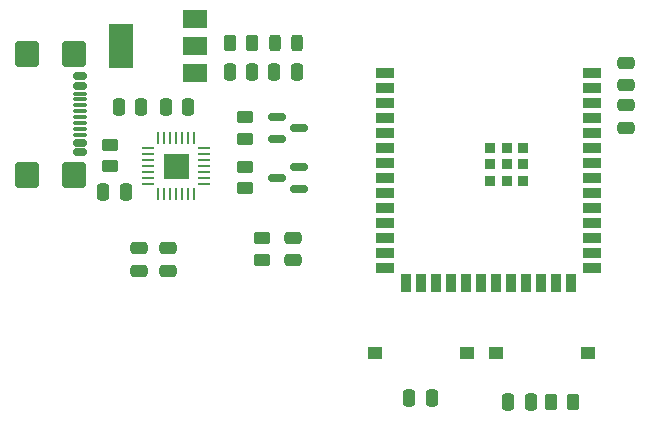
<source format=gbr>
%TF.GenerationSoftware,KiCad,Pcbnew,7.0.9*%
%TF.CreationDate,2024-04-10T17:12:19-05:00*%
%TF.ProjectId,Aniversario-PCBWAY,416e6976-6572-4736-9172-696f2d504342,rev?*%
%TF.SameCoordinates,Original*%
%TF.FileFunction,Paste,Bot*%
%TF.FilePolarity,Positive*%
%FSLAX46Y46*%
G04 Gerber Fmt 4.6, Leading zero omitted, Abs format (unit mm)*
G04 Created by KiCad (PCBNEW 7.0.9) date 2024-04-10 17:12:19*
%MOMM*%
%LPD*%
G01*
G04 APERTURE LIST*
G04 Aperture macros list*
%AMRoundRect*
0 Rectangle with rounded corners*
0 $1 Rounding radius*
0 $2 $3 $4 $5 $6 $7 $8 $9 X,Y pos of 4 corners*
0 Add a 4 corners polygon primitive as box body*
4,1,4,$2,$3,$4,$5,$6,$7,$8,$9,$2,$3,0*
0 Add four circle primitives for the rounded corners*
1,1,$1+$1,$2,$3*
1,1,$1+$1,$4,$5*
1,1,$1+$1,$6,$7*
1,1,$1+$1,$8,$9*
0 Add four rect primitives between the rounded corners*
20,1,$1+$1,$2,$3,$4,$5,0*
20,1,$1+$1,$4,$5,$6,$7,0*
20,1,$1+$1,$6,$7,$8,$9,0*
20,1,$1+$1,$8,$9,$2,$3,0*%
G04 Aperture macros list end*
%ADD10C,0.010000*%
%ADD11RoundRect,0.250000X-0.262500X-0.450000X0.262500X-0.450000X0.262500X0.450000X-0.262500X0.450000X0*%
%ADD12RoundRect,0.250000X0.250000X0.475000X-0.250000X0.475000X-0.250000X-0.475000X0.250000X-0.475000X0*%
%ADD13RoundRect,0.250000X-0.250000X-0.475000X0.250000X-0.475000X0.250000X0.475000X-0.250000X0.475000X0*%
%ADD14RoundRect,0.250000X-0.475000X0.250000X-0.475000X-0.250000X0.475000X-0.250000X0.475000X0.250000X0*%
%ADD15RoundRect,0.250000X0.475000X-0.250000X0.475000X0.250000X-0.475000X0.250000X-0.475000X-0.250000X0*%
%ADD16RoundRect,0.150000X-0.587500X-0.150000X0.587500X-0.150000X0.587500X0.150000X-0.587500X0.150000X0*%
%ADD17RoundRect,0.250000X0.450000X-0.262500X0.450000X0.262500X-0.450000X0.262500X-0.450000X-0.262500X0*%
%ADD18RoundRect,0.243750X0.243750X0.456250X-0.243750X0.456250X-0.243750X-0.456250X0.243750X-0.456250X0*%
%ADD19RoundRect,0.250000X-0.450000X0.262500X-0.450000X-0.262500X0.450000X-0.262500X0.450000X0.262500X0*%
%ADD20RoundRect,0.150000X0.587500X0.150000X-0.587500X0.150000X-0.587500X-0.150000X0.587500X-0.150000X0*%
%ADD21R,2.000000X1.500000*%
%ADD22R,2.000000X3.800000*%
%ADD23R,1.500000X0.900000*%
%ADD24R,0.900000X1.500000*%
%ADD25R,0.900000X0.900000*%
%ADD26RoundRect,0.150000X0.425000X-0.150000X0.425000X0.150000X-0.425000X0.150000X-0.425000X-0.150000X0*%
%ADD27RoundRect,0.075000X0.500000X-0.075000X0.500000X0.075000X-0.500000X0.075000X-0.500000X-0.075000X0*%
%ADD28RoundRect,0.250000X0.750000X-0.840000X0.750000X0.840000X-0.750000X0.840000X-0.750000X-0.840000X0*%
%ADD29R,1.250000X1.000000*%
%ADD30R,0.990000X0.270000*%
%ADD31R,0.270000X0.990000*%
G04 APERTURE END LIST*
%TO.C,U1*%
D10*
X51527740Y-64427740D02*
X49472260Y-64427740D01*
X49472260Y-62372260D01*
X51527740Y-62372260D01*
X51527740Y-64427740D01*
G36*
X51527740Y-64427740D02*
G01*
X49472260Y-64427740D01*
X49472260Y-62372260D01*
X51527740Y-62372260D01*
X51527740Y-64427740D01*
G37*
%TD*%
D11*
%TO.C,R5*%
X82287500Y-83400000D03*
X84112500Y-83400000D03*
%TD*%
D12*
%TO.C,C8*%
X80550000Y-83400000D03*
X78650000Y-83400000D03*
%TD*%
D13*
%TO.C,C7*%
X70250000Y-83000000D03*
X72150000Y-83000000D03*
%TD*%
D14*
%TO.C,C6*%
X88600000Y-58250000D03*
X88600000Y-60150000D03*
%TD*%
D15*
%TO.C,C5*%
X88600000Y-56550000D03*
X88600000Y-54650000D03*
%TD*%
D16*
%TO.C,Q1*%
X59062500Y-61100000D03*
X59062500Y-59200000D03*
X60937500Y-60150000D03*
%TD*%
D13*
%TO.C,C11*%
X55050000Y-55400000D03*
X56950000Y-55400000D03*
%TD*%
D15*
%TO.C,C2*%
X47400000Y-72250000D03*
X47400000Y-70350000D03*
%TD*%
%TO.C,C3*%
X49800000Y-72250000D03*
X49800000Y-70350000D03*
%TD*%
D11*
%TO.C,R6*%
X55087500Y-53000000D03*
X56912500Y-53000000D03*
%TD*%
D17*
%TO.C,R1*%
X44900000Y-63412500D03*
X44900000Y-61587500D03*
%TD*%
D18*
%TO.C,D1*%
X60737500Y-53000000D03*
X58862500Y-53000000D03*
%TD*%
D17*
%TO.C,R3*%
X56337500Y-65262500D03*
X56337500Y-63437500D03*
%TD*%
D19*
%TO.C,R4*%
X57800000Y-69487500D03*
X57800000Y-71312500D03*
%TD*%
D17*
%TO.C,R2*%
X56337500Y-61062500D03*
X56337500Y-59237500D03*
%TD*%
D12*
%TO.C,C9*%
X47550000Y-58400000D03*
X45650000Y-58400000D03*
%TD*%
%TO.C,C12*%
X60750000Y-55400000D03*
X58850000Y-55400000D03*
%TD*%
D20*
%TO.C,Q2*%
X60937500Y-63450000D03*
X60937500Y-65350000D03*
X59062500Y-64400000D03*
%TD*%
D14*
%TO.C,C4*%
X60400000Y-69450000D03*
X60400000Y-71350000D03*
%TD*%
D12*
%TO.C,C1*%
X46250000Y-65600000D03*
X44350000Y-65600000D03*
%TD*%
D21*
%TO.C,U3*%
X52150000Y-50950000D03*
X52150000Y-53250000D03*
D22*
X45850000Y-53250000D03*
D21*
X52150000Y-55550000D03*
%TD*%
D23*
%TO.C,U2*%
X85750000Y-55500000D03*
X85750000Y-56770000D03*
X85750000Y-58040000D03*
X85750000Y-59310000D03*
X85750000Y-60580000D03*
X85750000Y-61850000D03*
X85750000Y-63120000D03*
X85750000Y-64390000D03*
X85750000Y-65660000D03*
X85750000Y-66930000D03*
X85750000Y-68200000D03*
X85750000Y-69470000D03*
X85750000Y-70740000D03*
X85750000Y-72010000D03*
D24*
X83985000Y-73260000D03*
X82715000Y-73260000D03*
X81445000Y-73260000D03*
X80175000Y-73260000D03*
X78905000Y-73260000D03*
X77635000Y-73260000D03*
X76365000Y-73260000D03*
X75095000Y-73260000D03*
X73825000Y-73260000D03*
X72555000Y-73260000D03*
X71285000Y-73260000D03*
X70015000Y-73260000D03*
D23*
X68250000Y-72010000D03*
X68250000Y-70740000D03*
X68250000Y-69470000D03*
X68250000Y-68200000D03*
X68250000Y-66930000D03*
X68250000Y-65660000D03*
X68250000Y-64390000D03*
X68250000Y-63120000D03*
X68250000Y-61850000D03*
X68250000Y-60580000D03*
X68250000Y-59310000D03*
X68250000Y-58040000D03*
X68250000Y-56770000D03*
X68250000Y-55500000D03*
D25*
X79900000Y-64620000D03*
X79900000Y-64620000D03*
X79900000Y-63220000D03*
X79900000Y-61820000D03*
X78500000Y-64620000D03*
X78500000Y-63220000D03*
X78500000Y-61820000D03*
X78500000Y-61820000D03*
X77100000Y-64620000D03*
X77100000Y-63220000D03*
X77100000Y-61820000D03*
%TD*%
D26*
%TO.C,P1*%
X42430000Y-62200000D03*
X42430000Y-61400000D03*
D27*
X42430000Y-60250000D03*
X42430000Y-59250000D03*
X42430000Y-58750000D03*
X42430000Y-57750000D03*
D26*
X42430000Y-56600000D03*
X42430000Y-55800000D03*
X42430000Y-55800000D03*
X42430000Y-56600000D03*
D27*
X42430000Y-57250000D03*
X42430000Y-58250000D03*
X42430000Y-59750000D03*
X42430000Y-60750000D03*
D26*
X42430000Y-61400000D03*
X42430000Y-62200000D03*
D28*
X37925000Y-64110000D03*
X41855000Y-64110000D03*
X37925000Y-53890000D03*
X41855000Y-53890000D03*
%TD*%
D13*
%TO.C,C10*%
X49650000Y-58400000D03*
X51550000Y-58400000D03*
%TD*%
D29*
%TO.C,RESET1*%
X67375000Y-79250000D03*
X75125000Y-79250000D03*
%TD*%
D30*
%TO.C,U1*%
X48140000Y-64900000D03*
X48140000Y-64400000D03*
X48140000Y-63900000D03*
X48140000Y-63400000D03*
X48140000Y-62900000D03*
X48140000Y-62400000D03*
X48140000Y-61900000D03*
D31*
X49000000Y-61040000D03*
X49500000Y-61040000D03*
X50000000Y-61040000D03*
X50500000Y-61040000D03*
X51000000Y-61040000D03*
X51500000Y-61040000D03*
X52000000Y-61040000D03*
D30*
X52860000Y-61900000D03*
X52860000Y-62400000D03*
X52860000Y-62900000D03*
X52860000Y-63400000D03*
X52860000Y-63900000D03*
X52860000Y-64400000D03*
X52860000Y-64900000D03*
D31*
X52000000Y-65760000D03*
X51500000Y-65760000D03*
X51000000Y-65760000D03*
X50500000Y-65760000D03*
X50000000Y-65760000D03*
X49500000Y-65760000D03*
X49000000Y-65760000D03*
%TD*%
D29*
%TO.C,BOOT1*%
X77625000Y-79250000D03*
X85375000Y-79250000D03*
%TD*%
M02*

</source>
